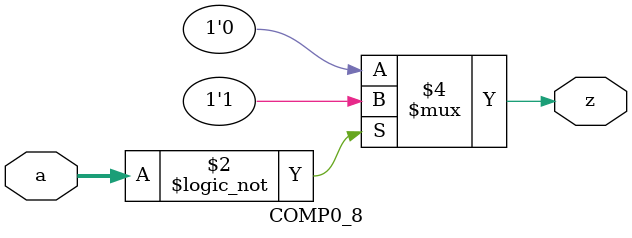
<source format=v>
`timescale 1ns / 1ps
module COMP0_8(
	input [7:0]a,
	output reg z
    );
	
always @(*) begin
	if(a==0)
	 	z=1;
	else 
		z=0;
end
endmodule

</source>
